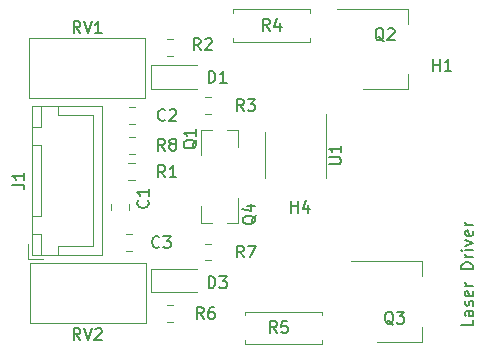
<source format=gbr>
%TF.GenerationSoftware,KiCad,Pcbnew,(5.1.7)-1*%
%TF.CreationDate,2021-02-26T19:53:25+00:00*%
%TF.ProjectId,Line-Generator-V2,4c696e65-2d47-4656-9e65-7261746f722d,rev?*%
%TF.SameCoordinates,Original*%
%TF.FileFunction,Legend,Top*%
%TF.FilePolarity,Positive*%
%FSLAX46Y46*%
G04 Gerber Fmt 4.6, Leading zero omitted, Abs format (unit mm)*
G04 Created by KiCad (PCBNEW (5.1.7)-1) date 2021-02-26 19:53:25*
%MOMM*%
%LPD*%
G01*
G04 APERTURE LIST*
%ADD10C,0.150000*%
%ADD11C,0.120000*%
G04 APERTURE END LIST*
D10*
X104652380Y-62533333D02*
X104652380Y-63009523D01*
X103652380Y-63009523D01*
X104652380Y-61771428D02*
X104128571Y-61771428D01*
X104033333Y-61819047D01*
X103985714Y-61914285D01*
X103985714Y-62104761D01*
X104033333Y-62200000D01*
X104604761Y-61771428D02*
X104652380Y-61866666D01*
X104652380Y-62104761D01*
X104604761Y-62200000D01*
X104509523Y-62247619D01*
X104414285Y-62247619D01*
X104319047Y-62200000D01*
X104271428Y-62104761D01*
X104271428Y-61866666D01*
X104223809Y-61771428D01*
X104604761Y-61342857D02*
X104652380Y-61247619D01*
X104652380Y-61057142D01*
X104604761Y-60961904D01*
X104509523Y-60914285D01*
X104461904Y-60914285D01*
X104366666Y-60961904D01*
X104319047Y-61057142D01*
X104319047Y-61200000D01*
X104271428Y-61295238D01*
X104176190Y-61342857D01*
X104128571Y-61342857D01*
X104033333Y-61295238D01*
X103985714Y-61200000D01*
X103985714Y-61057142D01*
X104033333Y-60961904D01*
X104604761Y-60104761D02*
X104652380Y-60200000D01*
X104652380Y-60390476D01*
X104604761Y-60485714D01*
X104509523Y-60533333D01*
X104128571Y-60533333D01*
X104033333Y-60485714D01*
X103985714Y-60390476D01*
X103985714Y-60200000D01*
X104033333Y-60104761D01*
X104128571Y-60057142D01*
X104223809Y-60057142D01*
X104319047Y-60533333D01*
X104652380Y-59628571D02*
X103985714Y-59628571D01*
X104176190Y-59628571D02*
X104080952Y-59580952D01*
X104033333Y-59533333D01*
X103985714Y-59438095D01*
X103985714Y-59342857D01*
X104652380Y-58247619D02*
X103652380Y-58247619D01*
X103652380Y-58009523D01*
X103700000Y-57866666D01*
X103795238Y-57771428D01*
X103890476Y-57723809D01*
X104080952Y-57676190D01*
X104223809Y-57676190D01*
X104414285Y-57723809D01*
X104509523Y-57771428D01*
X104604761Y-57866666D01*
X104652380Y-58009523D01*
X104652380Y-58247619D01*
X104652380Y-57247619D02*
X103985714Y-57247619D01*
X104176190Y-57247619D02*
X104080952Y-57200000D01*
X104033333Y-57152380D01*
X103985714Y-57057142D01*
X103985714Y-56961904D01*
X104652380Y-56628571D02*
X103985714Y-56628571D01*
X103652380Y-56628571D02*
X103700000Y-56676190D01*
X103747619Y-56628571D01*
X103700000Y-56580952D01*
X103652380Y-56628571D01*
X103747619Y-56628571D01*
X103985714Y-56247619D02*
X104652380Y-56009523D01*
X103985714Y-55771428D01*
X104604761Y-55009523D02*
X104652380Y-55104761D01*
X104652380Y-55295238D01*
X104604761Y-55390476D01*
X104509523Y-55438095D01*
X104128571Y-55438095D01*
X104033333Y-55390476D01*
X103985714Y-55295238D01*
X103985714Y-55104761D01*
X104033333Y-55009523D01*
X104128571Y-54961904D01*
X104223809Y-54961904D01*
X104319047Y-55438095D01*
X104652380Y-54533333D02*
X103985714Y-54533333D01*
X104176190Y-54533333D02*
X104080952Y-54485714D01*
X104033333Y-54438095D01*
X103985714Y-54342857D01*
X103985714Y-54247619D01*
D11*
%TO.C,RV2*%
X67155000Y-62785000D02*
X76925000Y-62785000D01*
X67155000Y-57715000D02*
X76925000Y-57715000D01*
X76925000Y-62785000D02*
X76925000Y-57715000D01*
X67155000Y-62785000D02*
X67155000Y-57715000D01*
%TO.C,RV1*%
X76845000Y-38715000D02*
X67075000Y-38715000D01*
X76845000Y-43785000D02*
X67075000Y-43785000D01*
X67075000Y-38715000D02*
X67075000Y-43785000D01*
X76845000Y-38715000D02*
X76845000Y-43785000D01*
%TO.C,C1*%
X75485000Y-53261252D02*
X75485000Y-52738748D01*
X74015000Y-53261252D02*
X74015000Y-52738748D01*
%TO.C,C2*%
X75488748Y-44515000D02*
X76011252Y-44515000D01*
X75488748Y-45985000D02*
X76011252Y-45985000D01*
%TO.C,C3*%
X75761252Y-55265000D02*
X75238748Y-55265000D01*
X75761252Y-56735000D02*
X75238748Y-56735000D01*
%TO.C,D1*%
X77350000Y-41000000D02*
X81250000Y-41000000D01*
X77350000Y-43000000D02*
X81250000Y-43000000D01*
X77350000Y-41000000D02*
X77350000Y-43000000D01*
%TO.C,D3*%
X77350000Y-58200000D02*
X77350000Y-60200000D01*
X77350000Y-60200000D02*
X81250000Y-60200000D01*
X77350000Y-58200000D02*
X81250000Y-58200000D01*
%TO.C,J1*%
X67000000Y-57350000D02*
X68250000Y-57350000D01*
X67000000Y-56100000D02*
X67000000Y-57350000D01*
X72500000Y-45200000D02*
X72500000Y-50750000D01*
X69550000Y-45200000D02*
X72500000Y-45200000D01*
X69550000Y-44450000D02*
X69550000Y-45200000D01*
X72500000Y-56300000D02*
X72500000Y-50750000D01*
X69550000Y-56300000D02*
X72500000Y-56300000D01*
X69550000Y-57050000D02*
X69550000Y-56300000D01*
X67300000Y-44450000D02*
X67300000Y-46250000D01*
X68050000Y-44450000D02*
X67300000Y-44450000D01*
X68050000Y-46250000D02*
X68050000Y-44450000D01*
X67300000Y-46250000D02*
X68050000Y-46250000D01*
X67300000Y-55250000D02*
X67300000Y-57050000D01*
X68050000Y-55250000D02*
X67300000Y-55250000D01*
X68050000Y-57050000D02*
X68050000Y-55250000D01*
X67300000Y-57050000D02*
X68050000Y-57050000D01*
X67300000Y-47750000D02*
X67300000Y-53750000D01*
X68050000Y-47750000D02*
X67300000Y-47750000D01*
X68050000Y-53750000D02*
X68050000Y-47750000D01*
X67300000Y-53750000D02*
X68050000Y-53750000D01*
X67290000Y-44440000D02*
X67290000Y-57060000D01*
X73260000Y-44440000D02*
X67290000Y-44440000D01*
X73260000Y-57060000D02*
X73260000Y-44440000D01*
X67290000Y-57060000D02*
X73260000Y-57060000D01*
%TO.C,Q1*%
X84780000Y-46440000D02*
X83850000Y-46440000D01*
X81620000Y-46440000D02*
X82550000Y-46440000D01*
X81620000Y-46440000D02*
X81620000Y-48600000D01*
X84780000Y-46440000D02*
X84780000Y-47900000D01*
%TO.C,Q2*%
X99110000Y-43010000D02*
X99110000Y-41750000D01*
X99110000Y-36190000D02*
X99110000Y-37450000D01*
X95350000Y-43010000D02*
X99110000Y-43010000D01*
X93100000Y-36190000D02*
X99110000Y-36190000D01*
%TO.C,Q3*%
X94300000Y-57590000D02*
X100310000Y-57590000D01*
X96550000Y-64410000D02*
X100310000Y-64410000D01*
X100310000Y-57590000D02*
X100310000Y-58850000D01*
X100310000Y-64410000D02*
X100310000Y-63150000D01*
%TO.C,Q4*%
X81620000Y-54360000D02*
X81620000Y-52900000D01*
X84780000Y-54360000D02*
X84780000Y-52200000D01*
X84780000Y-54360000D02*
X83850000Y-54360000D01*
X81620000Y-54360000D02*
X82550000Y-54360000D01*
%TO.C,R1*%
X75986252Y-49290000D02*
X75463748Y-49290000D01*
X75986252Y-50710000D02*
X75463748Y-50710000D01*
%TO.C,R2*%
X78713748Y-38790000D02*
X79236252Y-38790000D01*
X78713748Y-40210000D02*
X79236252Y-40210000D01*
%TO.C,R3*%
X81938748Y-43690000D02*
X82461252Y-43690000D01*
X81938748Y-45110000D02*
X82461252Y-45110000D01*
%TO.C,R4*%
X84320000Y-36230000D02*
X84320000Y-36560000D01*
X90860000Y-36230000D02*
X84320000Y-36230000D01*
X90860000Y-36560000D02*
X90860000Y-36230000D01*
X84320000Y-38970000D02*
X84320000Y-38640000D01*
X90860000Y-38970000D02*
X84320000Y-38970000D01*
X90860000Y-38640000D02*
X90860000Y-38970000D01*
%TO.C,R5*%
X91860000Y-64240000D02*
X91860000Y-64570000D01*
X91860000Y-64570000D02*
X85320000Y-64570000D01*
X85320000Y-64570000D02*
X85320000Y-64240000D01*
X91860000Y-62160000D02*
X91860000Y-61830000D01*
X91860000Y-61830000D02*
X85320000Y-61830000D01*
X85320000Y-61830000D02*
X85320000Y-62160000D01*
%TO.C,R6*%
X78738748Y-61290000D02*
X79261252Y-61290000D01*
X78738748Y-62710000D02*
X79261252Y-62710000D01*
%TO.C,R7*%
X81938748Y-57510000D02*
X82461252Y-57510000D01*
X81938748Y-56090000D02*
X82461252Y-56090000D01*
%TO.C,R8*%
X76011252Y-47040000D02*
X75488748Y-47040000D01*
X76011252Y-48460000D02*
X75488748Y-48460000D01*
%TO.C,U1*%
X92160000Y-48600000D02*
X92160000Y-45150000D01*
X92160000Y-48600000D02*
X92160000Y-50550000D01*
X87040000Y-48600000D02*
X87040000Y-46650000D01*
X87040000Y-48600000D02*
X87040000Y-50550000D01*
%TO.C,RV2*%
D10*
X71404761Y-64252380D02*
X71071428Y-63776190D01*
X70833333Y-64252380D02*
X70833333Y-63252380D01*
X71214285Y-63252380D01*
X71309523Y-63300000D01*
X71357142Y-63347619D01*
X71404761Y-63442857D01*
X71404761Y-63585714D01*
X71357142Y-63680952D01*
X71309523Y-63728571D01*
X71214285Y-63776190D01*
X70833333Y-63776190D01*
X71690476Y-63252380D02*
X72023809Y-64252380D01*
X72357142Y-63252380D01*
X72642857Y-63347619D02*
X72690476Y-63300000D01*
X72785714Y-63252380D01*
X73023809Y-63252380D01*
X73119047Y-63300000D01*
X73166666Y-63347619D01*
X73214285Y-63442857D01*
X73214285Y-63538095D01*
X73166666Y-63680952D01*
X72595238Y-64252380D01*
X73214285Y-64252380D01*
%TO.C,RV1*%
X71404761Y-38252380D02*
X71071428Y-37776190D01*
X70833333Y-38252380D02*
X70833333Y-37252380D01*
X71214285Y-37252380D01*
X71309523Y-37300000D01*
X71357142Y-37347619D01*
X71404761Y-37442857D01*
X71404761Y-37585714D01*
X71357142Y-37680952D01*
X71309523Y-37728571D01*
X71214285Y-37776190D01*
X70833333Y-37776190D01*
X71690476Y-37252380D02*
X72023809Y-38252380D01*
X72357142Y-37252380D01*
X73214285Y-38252380D02*
X72642857Y-38252380D01*
X72928571Y-38252380D02*
X72928571Y-37252380D01*
X72833333Y-37395238D01*
X72738095Y-37490476D01*
X72642857Y-37538095D01*
%TO.C,C1*%
X77107142Y-52416666D02*
X77154761Y-52464285D01*
X77202380Y-52607142D01*
X77202380Y-52702380D01*
X77154761Y-52845238D01*
X77059523Y-52940476D01*
X76964285Y-52988095D01*
X76773809Y-53035714D01*
X76630952Y-53035714D01*
X76440476Y-52988095D01*
X76345238Y-52940476D01*
X76250000Y-52845238D01*
X76202380Y-52702380D01*
X76202380Y-52607142D01*
X76250000Y-52464285D01*
X76297619Y-52416666D01*
X77202380Y-51464285D02*
X77202380Y-52035714D01*
X77202380Y-51750000D02*
X76202380Y-51750000D01*
X76345238Y-51845238D01*
X76440476Y-51940476D01*
X76488095Y-52035714D01*
%TO.C,C2*%
X78583333Y-45607142D02*
X78535714Y-45654761D01*
X78392857Y-45702380D01*
X78297619Y-45702380D01*
X78154761Y-45654761D01*
X78059523Y-45559523D01*
X78011904Y-45464285D01*
X77964285Y-45273809D01*
X77964285Y-45130952D01*
X78011904Y-44940476D01*
X78059523Y-44845238D01*
X78154761Y-44750000D01*
X78297619Y-44702380D01*
X78392857Y-44702380D01*
X78535714Y-44750000D01*
X78583333Y-44797619D01*
X78964285Y-44797619D02*
X79011904Y-44750000D01*
X79107142Y-44702380D01*
X79345238Y-44702380D01*
X79440476Y-44750000D01*
X79488095Y-44797619D01*
X79535714Y-44892857D01*
X79535714Y-44988095D01*
X79488095Y-45130952D01*
X78916666Y-45702380D01*
X79535714Y-45702380D01*
%TO.C,C3*%
X78083333Y-56357142D02*
X78035714Y-56404761D01*
X77892857Y-56452380D01*
X77797619Y-56452380D01*
X77654761Y-56404761D01*
X77559523Y-56309523D01*
X77511904Y-56214285D01*
X77464285Y-56023809D01*
X77464285Y-55880952D01*
X77511904Y-55690476D01*
X77559523Y-55595238D01*
X77654761Y-55500000D01*
X77797619Y-55452380D01*
X77892857Y-55452380D01*
X78035714Y-55500000D01*
X78083333Y-55547619D01*
X78416666Y-55452380D02*
X79035714Y-55452380D01*
X78702380Y-55833333D01*
X78845238Y-55833333D01*
X78940476Y-55880952D01*
X78988095Y-55928571D01*
X79035714Y-56023809D01*
X79035714Y-56261904D01*
X78988095Y-56357142D01*
X78940476Y-56404761D01*
X78845238Y-56452380D01*
X78559523Y-56452380D01*
X78464285Y-56404761D01*
X78416666Y-56357142D01*
%TO.C,D1*%
X82261904Y-42452380D02*
X82261904Y-41452380D01*
X82500000Y-41452380D01*
X82642857Y-41500000D01*
X82738095Y-41595238D01*
X82785714Y-41690476D01*
X82833333Y-41880952D01*
X82833333Y-42023809D01*
X82785714Y-42214285D01*
X82738095Y-42309523D01*
X82642857Y-42404761D01*
X82500000Y-42452380D01*
X82261904Y-42452380D01*
X83785714Y-42452380D02*
X83214285Y-42452380D01*
X83500000Y-42452380D02*
X83500000Y-41452380D01*
X83404761Y-41595238D01*
X83309523Y-41690476D01*
X83214285Y-41738095D01*
%TO.C,D3*%
X82261904Y-59852380D02*
X82261904Y-58852380D01*
X82500000Y-58852380D01*
X82642857Y-58900000D01*
X82738095Y-58995238D01*
X82785714Y-59090476D01*
X82833333Y-59280952D01*
X82833333Y-59423809D01*
X82785714Y-59614285D01*
X82738095Y-59709523D01*
X82642857Y-59804761D01*
X82500000Y-59852380D01*
X82261904Y-59852380D01*
X83166666Y-58852380D02*
X83785714Y-58852380D01*
X83452380Y-59233333D01*
X83595238Y-59233333D01*
X83690476Y-59280952D01*
X83738095Y-59328571D01*
X83785714Y-59423809D01*
X83785714Y-59661904D01*
X83738095Y-59757142D01*
X83690476Y-59804761D01*
X83595238Y-59852380D01*
X83309523Y-59852380D01*
X83214285Y-59804761D01*
X83166666Y-59757142D01*
%TO.C,J1*%
X65652380Y-51083333D02*
X66366666Y-51083333D01*
X66509523Y-51130952D01*
X66604761Y-51226190D01*
X66652380Y-51369047D01*
X66652380Y-51464285D01*
X66652380Y-50083333D02*
X66652380Y-50654761D01*
X66652380Y-50369047D02*
X65652380Y-50369047D01*
X65795238Y-50464285D01*
X65890476Y-50559523D01*
X65938095Y-50654761D01*
%TO.C,Q1*%
X81247619Y-47295238D02*
X81200000Y-47390476D01*
X81104761Y-47485714D01*
X80961904Y-47628571D01*
X80914285Y-47723809D01*
X80914285Y-47819047D01*
X81152380Y-47771428D02*
X81104761Y-47866666D01*
X81009523Y-47961904D01*
X80819047Y-48009523D01*
X80485714Y-48009523D01*
X80295238Y-47961904D01*
X80200000Y-47866666D01*
X80152380Y-47771428D01*
X80152380Y-47580952D01*
X80200000Y-47485714D01*
X80295238Y-47390476D01*
X80485714Y-47342857D01*
X80819047Y-47342857D01*
X81009523Y-47390476D01*
X81104761Y-47485714D01*
X81152380Y-47580952D01*
X81152380Y-47771428D01*
X81152380Y-46390476D02*
X81152380Y-46961904D01*
X81152380Y-46676190D02*
X80152380Y-46676190D01*
X80295238Y-46771428D01*
X80390476Y-46866666D01*
X80438095Y-46961904D01*
%TO.C,Q2*%
X97104761Y-38947619D02*
X97009523Y-38900000D01*
X96914285Y-38804761D01*
X96771428Y-38661904D01*
X96676190Y-38614285D01*
X96580952Y-38614285D01*
X96628571Y-38852380D02*
X96533333Y-38804761D01*
X96438095Y-38709523D01*
X96390476Y-38519047D01*
X96390476Y-38185714D01*
X96438095Y-37995238D01*
X96533333Y-37900000D01*
X96628571Y-37852380D01*
X96819047Y-37852380D01*
X96914285Y-37900000D01*
X97009523Y-37995238D01*
X97057142Y-38185714D01*
X97057142Y-38519047D01*
X97009523Y-38709523D01*
X96914285Y-38804761D01*
X96819047Y-38852380D01*
X96628571Y-38852380D01*
X97438095Y-37947619D02*
X97485714Y-37900000D01*
X97580952Y-37852380D01*
X97819047Y-37852380D01*
X97914285Y-37900000D01*
X97961904Y-37947619D01*
X98009523Y-38042857D01*
X98009523Y-38138095D01*
X97961904Y-38280952D01*
X97390476Y-38852380D01*
X98009523Y-38852380D01*
%TO.C,Q3*%
X97904761Y-62947619D02*
X97809523Y-62900000D01*
X97714285Y-62804761D01*
X97571428Y-62661904D01*
X97476190Y-62614285D01*
X97380952Y-62614285D01*
X97428571Y-62852380D02*
X97333333Y-62804761D01*
X97238095Y-62709523D01*
X97190476Y-62519047D01*
X97190476Y-62185714D01*
X97238095Y-61995238D01*
X97333333Y-61900000D01*
X97428571Y-61852380D01*
X97619047Y-61852380D01*
X97714285Y-61900000D01*
X97809523Y-61995238D01*
X97857142Y-62185714D01*
X97857142Y-62519047D01*
X97809523Y-62709523D01*
X97714285Y-62804761D01*
X97619047Y-62852380D01*
X97428571Y-62852380D01*
X98190476Y-61852380D02*
X98809523Y-61852380D01*
X98476190Y-62233333D01*
X98619047Y-62233333D01*
X98714285Y-62280952D01*
X98761904Y-62328571D01*
X98809523Y-62423809D01*
X98809523Y-62661904D01*
X98761904Y-62757142D01*
X98714285Y-62804761D01*
X98619047Y-62852380D01*
X98333333Y-62852380D01*
X98238095Y-62804761D01*
X98190476Y-62757142D01*
%TO.C,Q4*%
X86247619Y-53695238D02*
X86200000Y-53790476D01*
X86104761Y-53885714D01*
X85961904Y-54028571D01*
X85914285Y-54123809D01*
X85914285Y-54219047D01*
X86152380Y-54171428D02*
X86104761Y-54266666D01*
X86009523Y-54361904D01*
X85819047Y-54409523D01*
X85485714Y-54409523D01*
X85295238Y-54361904D01*
X85200000Y-54266666D01*
X85152380Y-54171428D01*
X85152380Y-53980952D01*
X85200000Y-53885714D01*
X85295238Y-53790476D01*
X85485714Y-53742857D01*
X85819047Y-53742857D01*
X86009523Y-53790476D01*
X86104761Y-53885714D01*
X86152380Y-53980952D01*
X86152380Y-54171428D01*
X85485714Y-52885714D02*
X86152380Y-52885714D01*
X85104761Y-53123809D02*
X85819047Y-53361904D01*
X85819047Y-52742857D01*
%TO.C,R1*%
X78583333Y-50452380D02*
X78250000Y-49976190D01*
X78011904Y-50452380D02*
X78011904Y-49452380D01*
X78392857Y-49452380D01*
X78488095Y-49500000D01*
X78535714Y-49547619D01*
X78583333Y-49642857D01*
X78583333Y-49785714D01*
X78535714Y-49880952D01*
X78488095Y-49928571D01*
X78392857Y-49976190D01*
X78011904Y-49976190D01*
X79535714Y-50452380D02*
X78964285Y-50452380D01*
X79250000Y-50452380D02*
X79250000Y-49452380D01*
X79154761Y-49595238D01*
X79059523Y-49690476D01*
X78964285Y-49738095D01*
%TO.C,R2*%
X81583333Y-39702380D02*
X81250000Y-39226190D01*
X81011904Y-39702380D02*
X81011904Y-38702380D01*
X81392857Y-38702380D01*
X81488095Y-38750000D01*
X81535714Y-38797619D01*
X81583333Y-38892857D01*
X81583333Y-39035714D01*
X81535714Y-39130952D01*
X81488095Y-39178571D01*
X81392857Y-39226190D01*
X81011904Y-39226190D01*
X81964285Y-38797619D02*
X82011904Y-38750000D01*
X82107142Y-38702380D01*
X82345238Y-38702380D01*
X82440476Y-38750000D01*
X82488095Y-38797619D01*
X82535714Y-38892857D01*
X82535714Y-38988095D01*
X82488095Y-39130952D01*
X81916666Y-39702380D01*
X82535714Y-39702380D01*
%TO.C,R3*%
X85233333Y-44852380D02*
X84900000Y-44376190D01*
X84661904Y-44852380D02*
X84661904Y-43852380D01*
X85042857Y-43852380D01*
X85138095Y-43900000D01*
X85185714Y-43947619D01*
X85233333Y-44042857D01*
X85233333Y-44185714D01*
X85185714Y-44280952D01*
X85138095Y-44328571D01*
X85042857Y-44376190D01*
X84661904Y-44376190D01*
X85566666Y-43852380D02*
X86185714Y-43852380D01*
X85852380Y-44233333D01*
X85995238Y-44233333D01*
X86090476Y-44280952D01*
X86138095Y-44328571D01*
X86185714Y-44423809D01*
X86185714Y-44661904D01*
X86138095Y-44757142D01*
X86090476Y-44804761D01*
X85995238Y-44852380D01*
X85709523Y-44852380D01*
X85614285Y-44804761D01*
X85566666Y-44757142D01*
%TO.C,R4*%
X87433333Y-38052380D02*
X87100000Y-37576190D01*
X86861904Y-38052380D02*
X86861904Y-37052380D01*
X87242857Y-37052380D01*
X87338095Y-37100000D01*
X87385714Y-37147619D01*
X87433333Y-37242857D01*
X87433333Y-37385714D01*
X87385714Y-37480952D01*
X87338095Y-37528571D01*
X87242857Y-37576190D01*
X86861904Y-37576190D01*
X88290476Y-37385714D02*
X88290476Y-38052380D01*
X88052380Y-37004761D02*
X87814285Y-37719047D01*
X88433333Y-37719047D01*
%TO.C,R5*%
X88033333Y-63652380D02*
X87700000Y-63176190D01*
X87461904Y-63652380D02*
X87461904Y-62652380D01*
X87842857Y-62652380D01*
X87938095Y-62700000D01*
X87985714Y-62747619D01*
X88033333Y-62842857D01*
X88033333Y-62985714D01*
X87985714Y-63080952D01*
X87938095Y-63128571D01*
X87842857Y-63176190D01*
X87461904Y-63176190D01*
X88938095Y-62652380D02*
X88461904Y-62652380D01*
X88414285Y-63128571D01*
X88461904Y-63080952D01*
X88557142Y-63033333D01*
X88795238Y-63033333D01*
X88890476Y-63080952D01*
X88938095Y-63128571D01*
X88985714Y-63223809D01*
X88985714Y-63461904D01*
X88938095Y-63557142D01*
X88890476Y-63604761D01*
X88795238Y-63652380D01*
X88557142Y-63652380D01*
X88461904Y-63604761D01*
X88414285Y-63557142D01*
%TO.C,R6*%
X81833333Y-62452380D02*
X81500000Y-61976190D01*
X81261904Y-62452380D02*
X81261904Y-61452380D01*
X81642857Y-61452380D01*
X81738095Y-61500000D01*
X81785714Y-61547619D01*
X81833333Y-61642857D01*
X81833333Y-61785714D01*
X81785714Y-61880952D01*
X81738095Y-61928571D01*
X81642857Y-61976190D01*
X81261904Y-61976190D01*
X82690476Y-61452380D02*
X82500000Y-61452380D01*
X82404761Y-61500000D01*
X82357142Y-61547619D01*
X82261904Y-61690476D01*
X82214285Y-61880952D01*
X82214285Y-62261904D01*
X82261904Y-62357142D01*
X82309523Y-62404761D01*
X82404761Y-62452380D01*
X82595238Y-62452380D01*
X82690476Y-62404761D01*
X82738095Y-62357142D01*
X82785714Y-62261904D01*
X82785714Y-62023809D01*
X82738095Y-61928571D01*
X82690476Y-61880952D01*
X82595238Y-61833333D01*
X82404761Y-61833333D01*
X82309523Y-61880952D01*
X82261904Y-61928571D01*
X82214285Y-62023809D01*
%TO.C,R7*%
X85233333Y-57252380D02*
X84900000Y-56776190D01*
X84661904Y-57252380D02*
X84661904Y-56252380D01*
X85042857Y-56252380D01*
X85138095Y-56300000D01*
X85185714Y-56347619D01*
X85233333Y-56442857D01*
X85233333Y-56585714D01*
X85185714Y-56680952D01*
X85138095Y-56728571D01*
X85042857Y-56776190D01*
X84661904Y-56776190D01*
X85566666Y-56252380D02*
X86233333Y-56252380D01*
X85804761Y-57252380D01*
%TO.C,R8*%
X78558333Y-48202380D02*
X78225000Y-47726190D01*
X77986904Y-48202380D02*
X77986904Y-47202380D01*
X78367857Y-47202380D01*
X78463095Y-47250000D01*
X78510714Y-47297619D01*
X78558333Y-47392857D01*
X78558333Y-47535714D01*
X78510714Y-47630952D01*
X78463095Y-47678571D01*
X78367857Y-47726190D01*
X77986904Y-47726190D01*
X79129761Y-47630952D02*
X79034523Y-47583333D01*
X78986904Y-47535714D01*
X78939285Y-47440476D01*
X78939285Y-47392857D01*
X78986904Y-47297619D01*
X79034523Y-47250000D01*
X79129761Y-47202380D01*
X79320238Y-47202380D01*
X79415476Y-47250000D01*
X79463095Y-47297619D01*
X79510714Y-47392857D01*
X79510714Y-47440476D01*
X79463095Y-47535714D01*
X79415476Y-47583333D01*
X79320238Y-47630952D01*
X79129761Y-47630952D01*
X79034523Y-47678571D01*
X78986904Y-47726190D01*
X78939285Y-47821428D01*
X78939285Y-48011904D01*
X78986904Y-48107142D01*
X79034523Y-48154761D01*
X79129761Y-48202380D01*
X79320238Y-48202380D01*
X79415476Y-48154761D01*
X79463095Y-48107142D01*
X79510714Y-48011904D01*
X79510714Y-47821428D01*
X79463095Y-47726190D01*
X79415476Y-47678571D01*
X79320238Y-47630952D01*
%TO.C,U1*%
X92452380Y-49361904D02*
X93261904Y-49361904D01*
X93357142Y-49314285D01*
X93404761Y-49266666D01*
X93452380Y-49171428D01*
X93452380Y-48980952D01*
X93404761Y-48885714D01*
X93357142Y-48838095D01*
X93261904Y-48790476D01*
X92452380Y-48790476D01*
X93452380Y-47790476D02*
X93452380Y-48361904D01*
X93452380Y-48076190D02*
X92452380Y-48076190D01*
X92595238Y-48171428D01*
X92690476Y-48266666D01*
X92738095Y-48361904D01*
%TO.C,H1*%
X101238095Y-41452380D02*
X101238095Y-40452380D01*
X101238095Y-40928571D02*
X101809523Y-40928571D01*
X101809523Y-41452380D02*
X101809523Y-40452380D01*
X102809523Y-41452380D02*
X102238095Y-41452380D01*
X102523809Y-41452380D02*
X102523809Y-40452380D01*
X102428571Y-40595238D01*
X102333333Y-40690476D01*
X102238095Y-40738095D01*
%TO.C,H4*%
X89238095Y-53452380D02*
X89238095Y-52452380D01*
X89238095Y-52928571D02*
X89809523Y-52928571D01*
X89809523Y-53452380D02*
X89809523Y-52452380D01*
X90714285Y-52785714D02*
X90714285Y-53452380D01*
X90476190Y-52404761D02*
X90238095Y-53119047D01*
X90857142Y-53119047D01*
%TD*%
M02*

</source>
